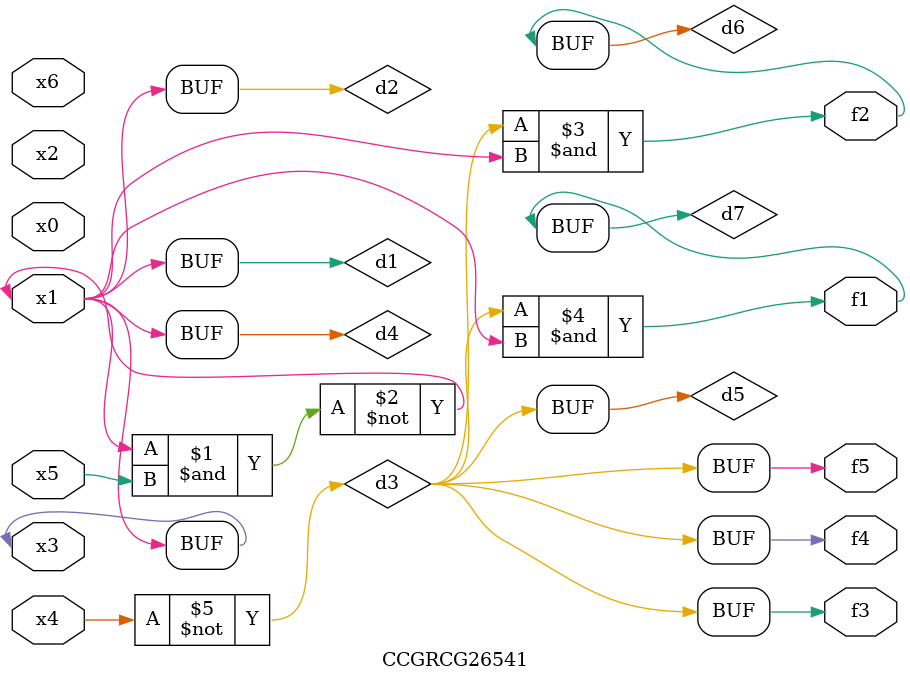
<source format=v>
module CCGRCG26541(
	input x0, x1, x2, x3, x4, x5, x6,
	output f1, f2, f3, f4, f5
);

	wire d1, d2, d3, d4, d5, d6, d7;

	buf (d1, x1, x3);
	nand (d2, x1, x5);
	not (d3, x4);
	buf (d4, d1, d2);
	buf (d5, d3);
	and (d6, d3, d4);
	and (d7, d3, d4);
	assign f1 = d7;
	assign f2 = d6;
	assign f3 = d5;
	assign f4 = d5;
	assign f5 = d5;
endmodule

</source>
